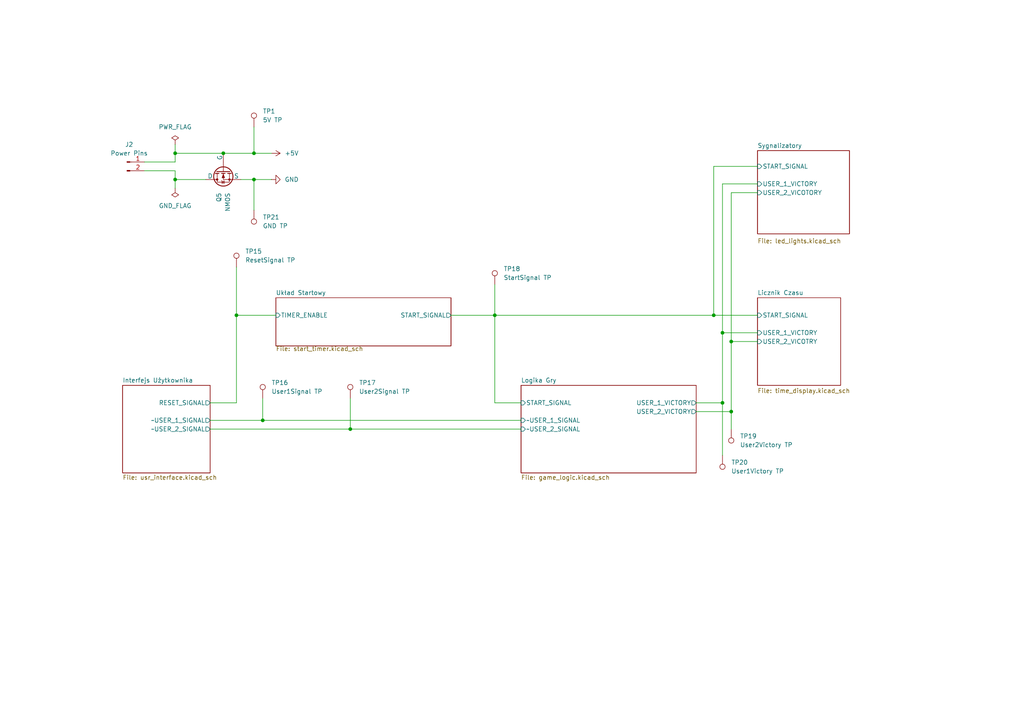
<source format=kicad_sch>
(kicad_sch (version 20231120) (generator "eeschema") (generator_version "8.0")
  (paper "A4")
  (lib_symbols
    (symbol "Connector:Conn_01x02_Pin" (pin_names (offset 1.016) hide)
      (property "Reference" "J" (at 0 2.54 0))
      (property "Value" "Conn_01x02_Pin" (at 0 -5.08 0))
      (symbol "Conn_01x02_Pin_1_1"
        (polyline (pts (xy 1.27 -2.54) (xy 0.8636 -2.54)) (stroke (width 0.1524)))
        (polyline (pts (xy 1.27 0) (xy 0.8636 0)) (stroke (width 0.1524)))
        (rectangle (start 0.8636 -2.413) (end 0 -2.667) (stroke (width 0.1524)) (fill (type outline)))
        (rectangle (start 0.8636 0.127) (end 0 -0.127) (stroke (width 0.1524)) (fill (type outline)))
        (pin passive line (at 5.08 0 180) (length 3.81) (name "Pin_1") (number "1"))
        (pin passive line (at 5.08 -2.54 180) (length 3.81) (name "Pin_2") (number "2"))
      )
    )
    (symbol "Connector:TestPoint" (pin_numbers hide) (pin_names (offset 0.762) hide)
      (property "Reference" "TP" (at 0 6.858 0))
      (property "Value" "TestPoint" (at 0 5.08 0))
      (symbol "TestPoint_0_1"
        (circle (center 0 3.302) (radius 0.762))
      )
      (symbol "TestPoint_1_1"
        (pin passive line (at 0 0 90) (length 2.54) (name "1") (number "1"))
      )
    )
    (symbol "Simulation_SPICE:NMOS" (pin_numbers hide) (pin_names (offset 0))
      (property "Reference" "Q" (at 5.08 1.27 0))
      (property "Value" "NMOS" (at 5.08 -1.27 0))
      (symbol "NMOS_0_1"
        (polyline (pts (xy 0.254 0) (xy -2.54 0)))
        (polyline (pts (xy 0.254 1.905) (xy 0.254 -1.905)) (stroke (width 0.254)))
        (polyline (pts (xy 0.762 -1.27) (xy 0.762 -2.286)) (stroke (width 0.254)))
        (polyline (pts (xy 0.762 0.508) (xy 0.762 -0.508)) (stroke (width 0.254)))
        (polyline (pts (xy 0.762 2.286) (xy 0.762 1.27)) (stroke (width 0.254)))
        (polyline (pts (xy 2.54 2.54) (xy 2.54 1.778)))
        (polyline (pts (xy 2.54 -2.54) (xy 2.54 0) (xy 0.762 0)))
        (polyline (pts (xy 0.762 -1.778) (xy 3.302 -1.778) (xy 3.302 1.778) (xy 0.762 1.778)))
        (polyline (pts (xy 1.016 0) (xy 2.032 0.381) (xy 2.032 -0.381) (xy 1.016 0)) (fill (type outline)))
        (polyline (pts (xy 2.794 0.508) (xy 2.921 0.381) (xy 3.683 0.381) (xy 3.81 0.254)))
        (polyline (pts (xy 3.302 0.381) (xy 2.921 -0.254) (xy 3.683 -0.254) (xy 3.302 0.381)))
        (circle (center 1.651 0) (radius 2.794) (stroke (width 0.254)))
        (circle (center 2.54 -1.778) (radius 0.254) (fill (type outline)))
        (circle (center 2.54 1.778) (radius 0.254) (fill (type outline)))
      )
      (symbol "NMOS_1_1"
        (pin passive line (at 2.54 5.08 270) (length 2.54) (name "D") (number "1"))
        (pin input line (at -5.08 0 0) (length 2.54) (name "G") (number "2"))
        (pin passive line (at 2.54 -5.08 90) (length 2.54) (name "S") (number "3"))
      )
    )
    (symbol "power:+5V" (power) (pin_numbers hide) (pin_names (offset 0) hide)
      (property "Value" "+5V" (at 0 3.556 0))
      (symbol "+5V_0_1"
        (polyline (pts (xy -0.762 1.27) (xy 0 2.54)))
        (polyline (pts (xy 0 0) (xy 0 2.54)))
        (polyline (pts (xy 0 2.54) (xy 0.762 1.27)))
      )
      (symbol "+5V_1_1"
        (pin power_in line (at 0 0 90) (length 0) (name "~") (number "1"))
      )
    )
    (symbol "power:GND" (power) (pin_numbers hide) (pin_names (offset 0) hide)
      (property "Value" "GND" (at 0 -3.81 0))
      (symbol "GND_0_1"
        (polyline (pts (xy 0 0) (xy 0 -1.27) (xy 1.27 -1.27) (xy 0 -2.54) (xy -1.27 -1.27) (xy 0 -1.27)))
      )
      (symbol "GND_1_1"
        (pin power_in line (at 0 0 270) (length 0) (name "~") (number "1"))
      )
    )
    (symbol "power:PWR_FLAG" (power) (pin_numbers hide) (pin_names (offset 0) hide)
      (property "Value" "PWR_FLAG" (at 0 3.81 0))
      (symbol "PWR_FLAG_0_0"
        (pin power_out line (at 0 0 90) (length 0) (name "~") (number "1"))
      )
      (symbol "PWR_FLAG_0_1"
        (polyline (pts (xy 0 0) (xy 0 1.27) (xy -1.016 1.905) (xy 0 2.54) (xy 1.016 1.905) (xy 0 1.27)))
      )
    )
  )
  (junction (at 101.6 124.46))
  (junction (at 73.66 52.07))
  (junction (at 212.09 119.38))
  (junction (at 143.51 91.44))
  (junction (at 207.01 91.44))
  (junction (at 76.2 121.92))
  (junction (at 50.8 52.07))
  (junction (at 50.8 44.45))
  (junction (at 64.77 44.45))
  (junction (at 209.55 116.84))
  (junction (at 212.09 99.06))
  (junction (at 68.58 91.44))
  (junction (at 73.66 44.45))
  (junction (at 209.55 96.52))
  (wire (pts (xy 201.93 119.38) (xy 212.09 119.38)))
  (wire (pts (xy 41.91 46.99) (xy 50.8 46.99)))
  (wire (pts (xy 60.96 124.46) (xy 101.6 124.46)))
  (wire (pts (xy 219.71 91.44) (xy 207.01 91.44)))
  (wire (pts (xy 73.66 52.07) (xy 73.66 60.96)))
  (wire (pts (xy 50.8 52.07) (xy 50.8 54.61)))
  (wire (pts (xy 130.81 91.44) (xy 143.51 91.44)))
  (wire (pts (xy 68.58 91.44) (xy 68.58 116.84)))
  (wire (pts (xy 50.8 46.99) (xy 50.8 44.45)))
  (wire (pts (xy 143.51 91.44) (xy 143.51 116.84)))
  (wire (pts (xy 143.51 82.55) (xy 143.51 91.44)))
  (wire (pts (xy 143.51 116.84) (xy 151.13 116.84)))
  (wire (pts (xy 73.66 36.83) (xy 73.66 44.45)))
  (wire (pts (xy 219.71 55.88) (xy 212.09 55.88)))
  (wire (pts (xy 101.6 124.46) (xy 151.13 124.46)))
  (wire (pts (xy 78.74 44.45) (xy 73.66 44.45)))
  (wire (pts (xy 50.8 41.91) (xy 50.8 44.45)))
  (wire (pts (xy 41.91 49.53) (xy 50.8 49.53)))
  (wire (pts (xy 209.55 96.52) (xy 219.71 96.52)))
  (wire (pts (xy 212.09 119.38) (xy 212.09 99.06)))
  (wire (pts (xy 76.2 121.92) (xy 151.13 121.92)))
  (wire (pts (xy 73.66 52.07) (xy 69.85 52.07)))
  (wire (pts (xy 78.74 52.07) (xy 73.66 52.07)))
  (wire (pts (xy 68.58 77.47) (xy 68.58 91.44)))
  (wire (pts (xy 212.09 119.38) (xy 212.09 124.46)))
  (wire (pts (xy 50.8 44.45) (xy 64.77 44.45)))
  (wire (pts (xy 68.58 91.44) (xy 80.01 91.44)))
  (wire (pts (xy 60.96 121.92) (xy 76.2 121.92)))
  (wire (pts (xy 212.09 99.06) (xy 219.71 99.06)))
  (wire (pts (xy 207.01 48.26) (xy 207.01 91.44)))
  (wire (pts (xy 209.55 116.84) (xy 209.55 96.52)))
  (wire (pts (xy 219.71 53.34) (xy 209.55 53.34)))
  (wire (pts (xy 59.69 52.07) (xy 50.8 52.07)))
  (wire (pts (xy 209.55 116.84) (xy 209.55 132.08)))
  (wire (pts (xy 201.93 116.84) (xy 209.55 116.84)))
  (wire (pts (xy 212.09 55.88) (xy 212.09 99.06)))
  (wire (pts (xy 64.77 44.45) (xy 73.66 44.45)))
  (wire (pts (xy 207.01 91.44) (xy 143.51 91.44)))
  (wire (pts (xy 101.6 115.57) (xy 101.6 124.46)))
  (wire (pts (xy 76.2 115.57) (xy 76.2 121.92)))
  (wire (pts (xy 219.71 48.26) (xy 207.01 48.26)))
  (wire (pts (xy 50.8 49.53) (xy 50.8 52.07)))
  (wire (pts (xy 209.55 53.34) (xy 209.55 96.52)))
  (wire (pts (xy 68.58 116.84) (xy 60.96 116.84)))
  (symbol (lib_id "Connector:TestPoint") (at 76.2 115.57 0) (unit 1)
    (property "Reference" "TP16" (at 78.74 110.9979 0) (effects (justify left)))
    (property "Value" "User1Signal TP" (at 78.74 113.5379 0) (effects (justify left)))
    (property "Footprint" "Connector_PinHeader_2.54mm:PinHeader_1x01_P2.54mm_Vertical" (effects (hide yes)))
    (property "Description" "test point" (effects (hide yes)))
  )
  (symbol (lib_id "Connector:TestPoint") (at 73.66 36.83 0) (unit 1)
    (property "Reference" "TP1" (at 76.2 32.2579 0) (effects (justify left)))
    (property "Value" "5V TP" (at 76.2 34.7979 0) (effects (justify left)))
    (property "Footprint" "Connector_PinHeader_2.54mm:PinHeader_1x01_P2.54mm_Vertical" (effects (hide yes)))
    (property "Description" "test point" (effects (hide yes)))
  )
  (symbol (lib_id "Connector:TestPoint") (at 209.55 132.08 180) (unit 1)
    (property "Reference" "TP20" (at 212.09 134.1119 0) (effects (justify right)))
    (property "Value" "User1Victory TP" (at 212.09 136.6519 0) (effects (justify right)))
    (property "Footprint" "Connector_PinHeader_2.54mm:PinHeader_1x01_P2.54mm_Vertical" (effects (hide yes)))
    (property "Description" "test point" (effects (hide yes)))
  )
  (symbol (lib_id "power:GND") (at 78.74 52.07 90) (unit 1)
    (property "Reference" "#PWR032" (effects (hide yes)))
    (property "Value" "GND" (at 82.55 52.0699 90) (effects (justify right)))
    (property "Description" "Power symbol creates a global label with name \"GND\" , ground" (effects (hide yes)))
  )
  (symbol (lib_id "Connector:TestPoint") (at 73.66 60.96 180) (unit 1)
    (property "Reference" "TP21" (at 76.2 62.9919 0) (effects (justify right)))
    (property "Value" "GND TP" (at 76.2 65.5319 0) (effects (justify right)))
    (property "Footprint" "Connector_PinHeader_2.54mm:PinHeader_1x01_P2.54mm_Vertical" (effects (hide yes)))
    (property "Description" "test point" (effects (hide yes)))
  )
  (symbol (lib_id "power:+5V") (at 78.74 44.45 270) (unit 1)
    (property "Reference" "#PWR031" (effects (hide yes)))
    (property "Value" "+5V" (at 82.55 44.4499 90) (effects (justify left)))
    (property "Description" "Power symbol creates a global label with name \"+5V\"" (effects (hide yes)))
  )
  (symbol (lib_id "power:PWR_FLAG") (at 50.8 41.91 0) (unit 1)
    (property "Reference" "#FLG01" (effects (hide yes)))
    (property "Value" "PWR_FLAG" (at 50.8 36.83 0))
    (property "Description" "Special symbol for telling ERC where power comes from" (effects (hide yes)))
  )
  (symbol (lib_id "Connector:TestPoint") (at 101.6 115.57 0) (unit 1)
    (property "Reference" "TP17" (at 104.14 110.9979 0) (effects (justify left)))
    (property "Value" "User2Signal TP" (at 104.14 113.5379 0) (effects (justify left)))
    (property "Footprint" "Connector_PinHeader_2.54mm:PinHeader_1x01_P2.54mm_Vertical" (effects (hide yes)))
    (property "Description" "test point" (effects (hide yes)))
  )
  (symbol (lib_id "Connector:Conn_01x02_Pin") (at 36.83 46.99 0) (unit 1)
    (property "Reference" "J2" (at 37.465 41.91 0))
    (property "Value" "Power Pins" (at 37.465 44.45 0))
    (property "Footprint" "Connector_Molex:Molex_KK-254_AE-6410-02A_1x02_P2.54mm_Vertical" (effects (hide yes)))
    (property "Description" "Generic connector, single row, 01x02, script generated" (effects (hide yes)))
  )
  (symbol (lib_id "Connector:TestPoint") (at 68.58 77.47 0) (unit 1)
    (property "Reference" "TP15" (at 71.12 72.8979 0) (effects (justify left)))
    (property "Value" "ResetSignal TP" (at 71.12 75.4379 0) (effects (justify left)))
    (property "Footprint" "Connector_PinHeader_2.54mm:PinHeader_1x01_P2.54mm_Vertical" (effects (hide yes)))
    (property "Description" "test point" (effects (hide yes)))
  )
  (symbol (lib_id "power:PWR_FLAG") (at 50.8 54.61 180) (unit 1)
    (property "Reference" "#FLG02" (effects (hide yes)))
    (property "Value" "GND_FLAG" (at 50.8 59.69 0))
    (property "Description" "Special symbol for telling ERC where power comes from" (effects (hide yes)))
  )
  (symbol (lib_id "Connector:TestPoint") (at 212.09 124.46 180) (unit 1)
    (property "Reference" "TP19" (at 214.63 126.4919 0) (effects (justify right)))
    (property "Value" "User2Victory TP" (at 214.63 129.0319 0) (effects (justify right)))
    (property "Footprint" "Connector_PinHeader_2.54mm:PinHeader_1x01_P2.54mm_Vertical" (effects (hide yes)))
    (property "Description" "test point" (effects (hide yes)))
  )
  (symbol (lib_id "Connector:TestPoint") (at 143.51 82.55 0) (unit 1)
    (property "Reference" "TP18" (at 146.05 77.9779 0) (effects (justify left)))
    (property "Value" "StartSignal TP" (at 146.05 80.5179 0) (effects (justify left)))
    (property "Footprint" "Connector_PinHeader_2.54mm:PinHeader_1x01_P2.54mm_Vertical" (effects (hide yes)))
    (property "Description" "test point" (effects (hide yes)))
  )
  (symbol (lib_id "Simulation_SPICE:NMOS") (at 64.77 49.53 90) (mirror x) (unit 1)
    (property "Reference" "Q5" (at 63.4999 55.88 0) (effects (justify left)))
    (property "Value" "NMOS" (at 66.0399 55.88 0) (effects (justify left)))
    (property "Footprint" "Package_TO_SOT_THT:TO-92" (effects (hide yes)))
    (property "Datasheet" "https://ngspice.sourceforge.io/docs/ngspice-html-manual/manual.xhtml#cha_MOSFETs" (effects (hide yes)))
    (property "Description" "N-MOSFET transistor, drain/source/gate" (effects (hide yes)))
    (property "Sim.Device" "NMOS" (effects (hide yes)))
    (property "Sim.Type" "VDMOS" (effects (hide yes)))
    (property "Sim.Pins" "1=D 2=G 3=S" (effects (hide yes)))
  )
  (sheet (at 80.01 86.36) (size 50.8 13.97) (stroke (width 0.1524))
    (property "Sheetname" "Układ Startowy" (at 80.01 85.6484 0) (effects (justify left bottom)))
    (property "Sheetfile" "start_timer.kicad_sch" (at 80.01 100.4066 0) (effects (justify left top)))
    (pin "START_SIGNAL" output (at 130.81 91.44 0))
    (pin "TIMER_ENABLE" input (at 80.01 91.44 180))
  )
  (sheet (at 219.71 43.688) (size 26.67 24.13) (stroke (width 0.1524))
    (property "Sheetname" "Sygnalizatory" (at 219.71 42.9764 0) (effects (justify left bottom)))
    (property "Sheetfile" "led_lights.kicad_sch" (at 219.71 69.1646 0) (effects (justify left top)))
    (pin "USER_2_VICOTORY" input (at 219.71 55.88 180))
    (pin "USER_1_VICTORY" input (at 219.71 53.34 180))
    (pin "START_SIGNAL" input (at 219.71 48.26 180))
  )
  (sheet (at 151.13 111.76) (size 50.8 25.4) (stroke (width 0.1524))
    (property "Sheetname" "Logika Gry" (at 151.13 111.0484 0) (effects (justify left bottom)))
    (property "Sheetfile" "game_logic.kicad_sch" (at 151.13 137.7446 0) (effects (justify left top)))
    (pin "USER_1_VICTORY" output (at 201.93 116.84 0))
    (pin "USER_2_VICTORY" output (at 201.93 119.38 0))
    (pin "START_SIGNAL" input (at 151.13 116.84 180))
    (pin "~USER_2_SIGNAL" input (at 151.13 124.46 180))
    (pin "~USER_1_SIGNAL" input (at 151.13 121.92 180))
  )
  (sheet (at 35.56 111.76) (size 25.4 25.4) (stroke (width 0.1524))
    (property "Sheetname" "Interfejs Użytkownika" (at 35.56 111.0484 0) (effects (justify left bottom)))
    (property "Sheetfile" "usr_interface.kicad_sch" (at 35.56 137.7446 0) (effects (justify left top)))
    (pin "~USER_1_SIGNAL" output (at 60.96 121.92 0))
    (pin "RESET_SIGNAL" output (at 60.96 116.84 0))
    (pin "~USER_2_SIGNAL" output (at 60.96 124.46 0))
  )
  (sheet (at 219.71 86.36) (size 24.13 25.4) (stroke (width 0.1524))
    (property "Sheetname" "Licznik Czasu" (at 219.71 85.6484 0) (effects (justify left bottom)))
    (property "Sheetfile" "time_display.kicad_sch" (at 219.71 112.5986 0) (effects (justify left top)))
    (pin "START_SIGNAL" input (at 219.71 91.44 180))
    (pin "USER_1_VICTORY" input (at 219.71 96.52 180))
    (pin "USER_2_VICOTRY" input (at 219.71 99.06 180))
  )
)
</source>
